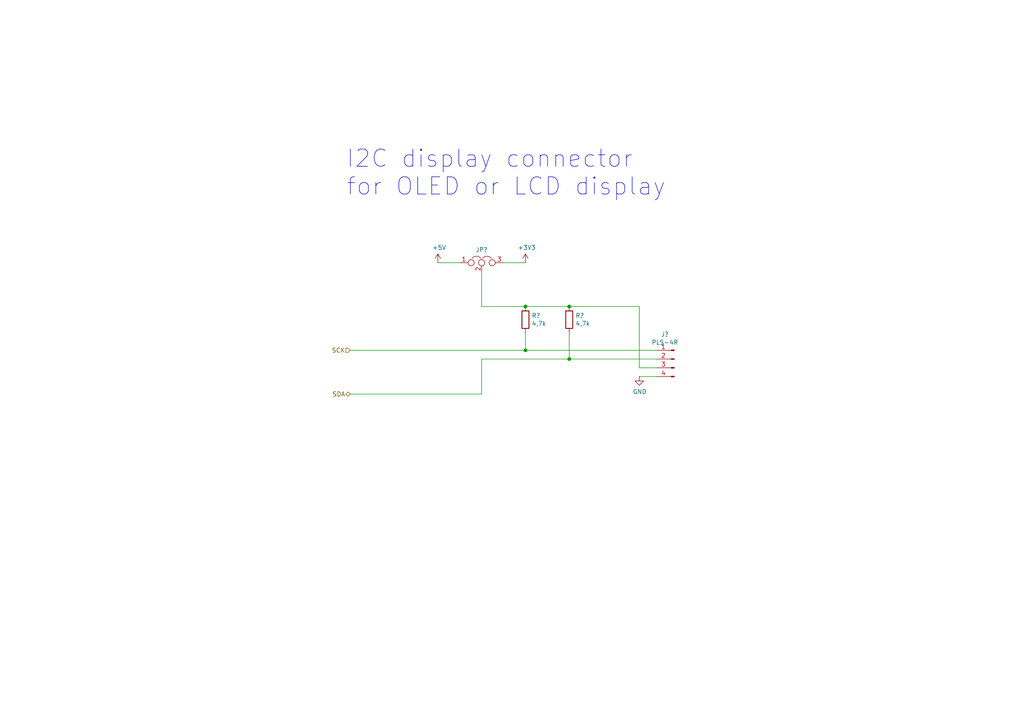
<source format=kicad_sch>
(kicad_sch (version 20250114) (generator "eeschema") (generator_version "9.0")
  (paper "A4")
  (title_block (title "Furnace controller") (date "2026-01-08") (rev "1.1") (company "Yuri Volkov"))
  (lib_symbols
    (symbol "Connector:Conn_01x04_Male" (pin_names (offset 1.016) (hide yes))
      (property "Reference" "J" (at 0 5.08 0))
      (property "Value" "Connector_Conn_01x04_Male" (at 0 -7.62 0))
      (symbol "Conn_01x04_Male_1_1"
        (rectangle (start 0.8636 2.667) (end 0 2.413) (stroke (width 0.1524)) (fill (type outline)))
        (rectangle (start 0.8636 0.127) (end 0 -0.127) (stroke (width 0.1524)) (fill (type outline)))
        (rectangle (start 0.8636 -2.413) (end 0 -2.667) (stroke (width 0.1524)) (fill (type outline)))
        (rectangle (start 0.8636 -4.953) (end 0 -5.207) (stroke (width 0.1524)) (fill (type outline)))
        (polyline (pts (xy 1.27 2.54) (xy 0.8636 2.54)) (stroke (width 0.1524)))
        (polyline (pts (xy 1.27 0) (xy 0.8636 0)) (stroke (width 0.1524)))
        (polyline (pts (xy 1.27 -2.54) (xy 0.8636 -2.54)) (stroke (width 0.1524)))
        (polyline (pts (xy 1.27 -5.08) (xy 0.8636 -5.08)) (stroke (width 0.1524)))
        (pin passive line (at 5.08 2.54 180) (length 3.81) (name "Pin_1") (number "1"))
        (pin passive line (at 5.08 0 180) (length 3.81) (name "Pin_2") (number "2"))
        (pin passive line (at 5.08 -2.54 180) (length 3.81) (name "Pin_3") (number "3"))
        (pin passive line (at 5.08 -5.08 180) (length 3.81) (name "Pin_4") (number "4"))
      )
    )
    (symbol "Device:Jumper_NC_Dual" (pin_names (offset 0.762) (hide yes))
      (property "Reference" "JP" (at 1.27 -2.54 0))
      (property "Value" "Device_Jumper_NC_Dual" (at 0 2.54 0))
      (symbol "Jumper_NC_Dual_0_1"
        (circle (center -3.048 0) (radius 0.889))
        (arc (start -2.794 1.27) (mid -1.524 1.8804) (end -0.254 1.27))
        (circle (center 0 0) (radius 0.9144))
        (arc (start 0.254 1.27) (mid 1.524 1.8804) (end 2.794 1.27))
        (circle (center 3.048 0) (radius 0.889))
        (pin passive line (at -6.35 0 0) (length 2.413) (name "1") (number "1"))
        (pin passive line (at 0 -2.54 90) (length 1.524) (name "2") (number "2"))
        (pin passive line (at 6.35 0 180) (length 2.413) (name "3") (number "3"))
      )
    )
    (symbol "Device:R" (pin_numbers (hide yes)) (pin_names (offset 0))
      (property "Reference" "R" (at 2.032 0 90))
      (property "Value" "R" (at 0 0 90))
      (symbol "R_0_1"
        (rectangle (start -1.016 -2.54) (end 1.016 2.54) (stroke (width 0.254)))
      )
      (symbol "R_1_1"
        (pin passive line (at 0 3.81 270) (length 1.27) (name "~") (number "1"))
        (pin passive line (at 0 -3.81 90) (length 1.27) (name "~") (number "2"))
      )
    )
    (symbol "power:+3V3" (power) (pin_numbers (hide yes)) (pin_names (offset 0) (hide yes))
      (property "Value" "+3V3" (at 0 3.556 0))
      (symbol "+3V3_0_1"
        (polyline (pts (xy -0.762 1.27) (xy 0 2.54)))
        (polyline (pts (xy 0 2.54) (xy 0.762 1.27)))
        (polyline (pts (xy 0 0) (xy 0 2.54)))
      )
      (symbol "+3V3_1_1"
        (pin power_in line (at 0 0 90) (length 0) (name "~") (number "1"))
      )
    )
    (symbol "power:+5V" (power) (pin_numbers (hide yes)) (pin_names (offset 0) (hide yes))
      (property "Value" "+5V" (at 0 3.556 0))
      (symbol "+5V_0_1"
        (polyline (pts (xy -0.762 1.27) (xy 0 2.54)))
        (polyline (pts (xy 0 2.54) (xy 0.762 1.27)))
        (polyline (pts (xy 0 0) (xy 0 2.54)))
      )
      (symbol "+5V_1_1"
        (pin power_in line (at 0 0 90) (length 0) (name "~") (number "1"))
      )
    )
    (symbol "power:GND" (power) (pin_numbers (hide yes)) (pin_names (offset 0) (hide yes))
      (property "Value" "GND" (at 0 -3.81 0))
      (symbol "GND_0_1"
        (polyline (pts (xy 0 0) (xy 0 -1.27) (xy 1.27 -1.27) (xy 0 -2.54) (xy -1.27 -1.27) (xy 0 -1.27)))
      )
      (symbol "GND_1_1"
        (pin power_in line (at 0 0 270) (length 0) (name "~") (number "1"))
      )
    )
  )
  (text "I2C display connector\nfor OLED or LCD display" (at 100.33 57.15 0) (effects (font (size 5.0038 5.0038)) (justify left bottom)))
  (junction (at 152.4 101.6))
  (junction (at 165.1 88.9))
  (junction (at 152.4 88.9))
  (junction (at 165.1 104.14))
  (wire (pts (xy 139.7 78.74) (xy 139.7 88.9)))
  (wire (pts (xy 146.05 76.2) (xy 152.4 76.2)))
  (wire (pts (xy 152.4 88.9) (xy 165.1 88.9)))
  (wire (pts (xy 139.7 88.9) (xy 152.4 88.9)))
  (wire (pts (xy 165.1 96.52) (xy 165.1 104.14)))
  (wire (pts (xy 190.5 106.68) (xy 185.42 106.68)))
  (wire (pts (xy 165.1 104.14) (xy 190.5 104.14)))
  (wire (pts (xy 101.6 114.3) (xy 139.7 114.3)))
  (wire (pts (xy 139.7 104.14) (xy 165.1 104.14)))
  (wire (pts (xy 190.5 109.22) (xy 185.42 109.22)))
  (wire (pts (xy 152.4 101.6) (xy 190.5 101.6)))
  (wire (pts (xy 152.4 96.52) (xy 152.4 101.6)))
  (wire (pts (xy 101.6 101.6) (xy 152.4 101.6)))
  (wire (pts (xy 165.1 88.9) (xy 185.42 88.9)))
  (wire (pts (xy 127 76.2) (xy 133.35 76.2)))
  (wire (pts (xy 185.42 88.9) (xy 185.42 106.68)))
  (wire (pts (xy 139.7 114.3) (xy 139.7 104.14)))
  (hierarchical_label "SDA" (shape bidirectional) (at 101.6 114.3 180))
  (hierarchical_label "SCK" (shape input) (at 101.6 101.6 180))
  (symbol (lib_id "Connector:Conn_01x04_Male") (at 195.58 104.14 0) (mirror y) (unit 1)
    (property "Reference" "J10" (at 192.8368 97.0026 0))
    (property "Value" "PLS-4R" (at 192.8368 99.314 0))
    (property "Footprint" "Connector_PinHeader_2.54mm:PinHeader_1x04_P2.54mm_Horizontal" (effects (hide yes)))
    (instances (project "" (path "" (reference "J?") (unit 1)) (path "" (reference "J10") (unit 1))))
  )
  (symbol (lib_id "power:GND") (at 185.42 109.22 0) (unit 1)
    (property "Reference" "#PWR041" (effects (hide yes)))
    (property "Value" "GND" (at 185.547 113.6142 0))
    (instances (project "" (path "" (reference "#PWR?") (unit 1)) (path "" (reference "#PWR?") (unit 1)) (path "" (reference "#PWR041") (unit 1))))
  )
  (symbol (lib_id "power:+5V") (at 127 76.2 0) (unit 1)
    (property "Reference" "#PWR039" (effects (hide yes)))
    (property "Value" "+5V" (at 127.381 71.8058 0))
    (instances (project "" (path "" (reference "#PWR?") (unit 1)) (path "" (reference "#PWR?") (unit 1)) (path "" (reference "#PWR039") (unit 1))))
  )
  (symbol (lib_id "Device:Jumper_NC_Dual") (at 139.7 76.2 0) (unit 1)
    (property "Reference" "JP1" (at 139.7 72.4662 0))
    (property "Value" "Jumper_NC_Dual" (effects (hide yes)))
    (property "Footprint" "Connector_PinHeader_2.54mm:PinHeader_1x03_P2.54mm_Vertical" (effects (hide yes)))
    (instances (project "" (path "" (reference "JP?") (unit 1)) (path "" (reference "JP1") (unit 1))))
  )
  (symbol (lib_id "power:+3V3") (at 152.4 76.2 0) (unit 1)
    (property "Reference" "#PWR040" (effects (hide yes)))
    (property "Value" "+3V3" (at 152.781 71.8058 0))
    (instances (project "" (path "" (reference "#PWR?") (unit 1)) (path "" (reference "#PWR?") (unit 1)) (path "" (reference "#PWR040") (unit 1))))
  )
  (symbol (lib_id "Device:R") (at 152.4 92.71 0) (unit 1)
    (property "Reference" "R44" (at 154.178 91.5416 0) (effects (justify left)))
    (property "Value" "4,7k" (at 154.178 93.853 0) (effects (justify left)))
    (property "Footprint" "Resistor_SMD:R_0603_1608Metric_Pad0.98x0.95mm_HandSolder" (effects (hide yes)))
    (instances (project "" (path "" (reference "R?") (unit 1)) (path "" (reference "R?") (unit 1)) (path "" (reference "R44") (unit 1))))
  )
  (symbol (lib_id "Device:R") (at 165.1 92.71 0) (unit 1)
    (property "Reference" "R45" (at 166.878 91.5416 0) (effects (justify left)))
    (property "Value" "4,7k" (at 166.878 93.853 0) (effects (justify left)))
    (property "Footprint" "Resistor_SMD:R_0603_1608Metric_Pad0.98x0.95mm_HandSolder" (effects (hide yes)))
    (instances (project "" (path "" (reference "R?") (unit 1)) (path "" (reference "R?") (unit 1)) (path "" (reference "R45") (unit 1))))
  )
)
</source>
